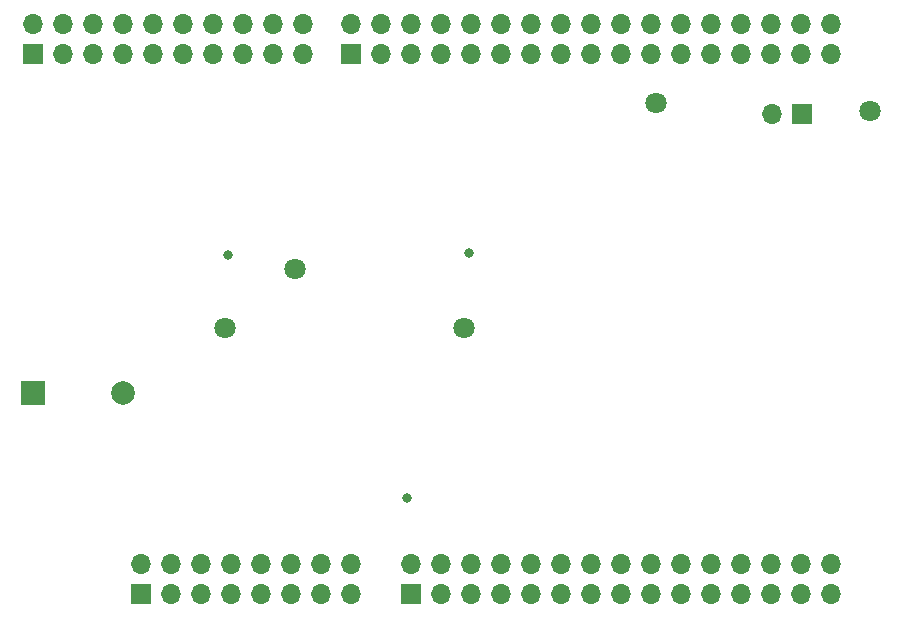
<source format=gbr>
G04 #@! TF.GenerationSoftware,KiCad,Pcbnew,5.1.4-e60b266~84~ubuntu18.04.1*
G04 #@! TF.CreationDate,2019-09-29T15:18:54+04:00*
G04 #@! TF.ProjectId,Julis,4a756c69-732e-46b6-9963-61645f706362,rev?*
G04 #@! TF.SameCoordinates,Original*
G04 #@! TF.FileFunction,Soldermask,Bot*
G04 #@! TF.FilePolarity,Negative*
%FSLAX46Y46*%
G04 Gerber Fmt 4.6, Leading zero omitted, Abs format (unit mm)*
G04 Created by KiCad (PCBNEW 5.1.4-e60b266~84~ubuntu18.04.1) date 2019-09-29 15:18:54*
%MOMM*%
%LPD*%
G04 APERTURE LIST*
%ADD10C,1.800000*%
%ADD11O,1.700000X1.700000*%
%ADD12R,1.700000X1.700000*%
%ADD13C,2.000000*%
%ADD14R,2.000000X2.000000*%
%ADD15C,0.800000*%
G04 APERTURE END LIST*
D10*
X166250000Y-101250000D03*
X146000000Y-101250000D03*
X182500000Y-82250000D03*
X152000000Y-96250000D03*
X200600000Y-82900000D03*
D11*
X192310000Y-83165000D03*
D12*
X194850000Y-83165000D03*
D13*
X137400000Y-106800000D03*
D14*
X129800000Y-106800000D03*
D15*
X166700000Y-94900000D03*
X146250000Y-95115000D03*
D11*
X197358000Y-75565000D03*
X197358000Y-78105000D03*
X194818000Y-75565000D03*
X194818000Y-78105000D03*
X192278000Y-75565000D03*
X192278000Y-78105000D03*
X189738000Y-75565000D03*
X189738000Y-78105000D03*
X187198000Y-75565000D03*
X187198000Y-78105000D03*
X184658000Y-75565000D03*
X184658000Y-78105000D03*
X182118000Y-75565000D03*
X182118000Y-78105000D03*
X179578000Y-75565000D03*
X179578000Y-78105000D03*
X177038000Y-75565000D03*
X177038000Y-78105000D03*
X174498000Y-75565000D03*
X174498000Y-78105000D03*
X171958000Y-75565000D03*
X171958000Y-78105000D03*
X169418000Y-75565000D03*
X169418000Y-78105000D03*
X166878000Y-75565000D03*
X166878000Y-78105000D03*
X164338000Y-75565000D03*
X164338000Y-78105000D03*
X161798000Y-75565000D03*
X161798000Y-78105000D03*
X159258000Y-75565000D03*
X159258000Y-78105000D03*
X156718000Y-75565000D03*
D12*
X156718000Y-78105000D03*
X129794000Y-78105000D03*
D11*
X129794000Y-75565000D03*
X132334000Y-78105000D03*
X132334000Y-75565000D03*
X134874000Y-78105000D03*
X134874000Y-75565000D03*
X137414000Y-78105000D03*
X137414000Y-75565000D03*
X139954000Y-78105000D03*
X139954000Y-75565000D03*
X142494000Y-78105000D03*
X142494000Y-75565000D03*
X145034000Y-78105000D03*
X145034000Y-75565000D03*
X147574000Y-78105000D03*
X147574000Y-75565000D03*
X150114000Y-78105000D03*
X150114000Y-75565000D03*
X152654000Y-78105000D03*
X152654000Y-75565000D03*
D12*
X138938000Y-123825000D03*
D11*
X138938000Y-121285000D03*
X141478000Y-123825000D03*
X141478000Y-121285000D03*
X144018000Y-123825000D03*
X144018000Y-121285000D03*
X146558000Y-123825000D03*
X146558000Y-121285000D03*
X149098000Y-123825000D03*
X149098000Y-121285000D03*
X151638000Y-123825000D03*
X151638000Y-121285000D03*
X154178000Y-123825000D03*
X154178000Y-121285000D03*
X156718000Y-123825000D03*
X156718000Y-121285000D03*
D12*
X161798000Y-123825000D03*
D11*
X161798000Y-121285000D03*
X164338000Y-123825000D03*
X164338000Y-121285000D03*
X166878000Y-123825000D03*
X166878000Y-121285000D03*
X169418000Y-123825000D03*
X169418000Y-121285000D03*
X171958000Y-123825000D03*
X171958000Y-121285000D03*
X174498000Y-123825000D03*
X174498000Y-121285000D03*
X177038000Y-123825000D03*
X177038000Y-121285000D03*
X179578000Y-123825000D03*
X179578000Y-121285000D03*
X182118000Y-123825000D03*
X182118000Y-121285000D03*
X184658000Y-123825000D03*
X184658000Y-121285000D03*
X187198000Y-123825000D03*
X187198000Y-121285000D03*
X189738000Y-123825000D03*
X189738000Y-121285000D03*
X192278000Y-123825000D03*
X192278000Y-121285000D03*
X194818000Y-123825000D03*
X194818000Y-121285000D03*
X197358000Y-123825000D03*
X197358000Y-121285000D03*
D15*
X161400000Y-115700000D03*
M02*

</source>
